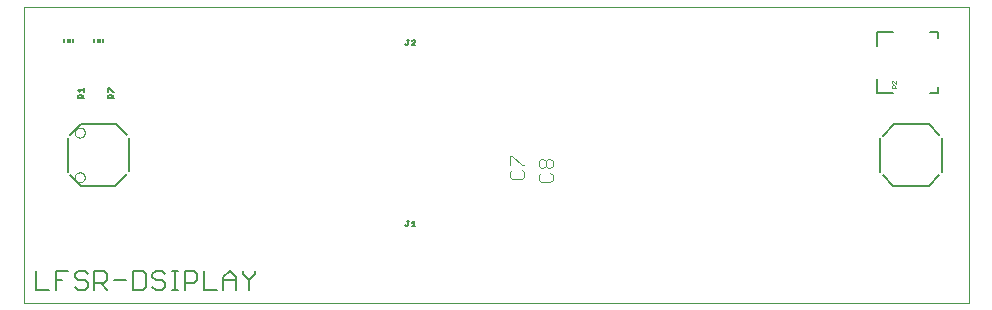
<source format=gto>
G75*
%MOIN*%
%OFA0B0*%
%FSLAX25Y25*%
%IPPOS*%
%LPD*%
%AMOC8*
5,1,8,0,0,1.08239X$1,22.5*
%
%ADD10C,0.00000*%
%ADD11C,0.00600*%
%ADD12R,0.00591X0.01181*%
%ADD13R,0.01181X0.01181*%
%ADD14C,0.00500*%
%ADD15C,0.00800*%
%ADD16C,0.00100*%
%ADD17C,0.00400*%
D10*
X0011346Y0001000D02*
X0011346Y0099425D01*
X0326307Y0099425D01*
X0326307Y0001000D01*
X0011346Y0001000D01*
X0028335Y0042732D02*
X0028337Y0042813D01*
X0028343Y0042895D01*
X0028353Y0042976D01*
X0028367Y0043056D01*
X0028384Y0043135D01*
X0028406Y0043214D01*
X0028431Y0043291D01*
X0028460Y0043368D01*
X0028493Y0043442D01*
X0028530Y0043515D01*
X0028569Y0043586D01*
X0028613Y0043655D01*
X0028659Y0043722D01*
X0028709Y0043786D01*
X0028762Y0043848D01*
X0028818Y0043908D01*
X0028876Y0043964D01*
X0028938Y0044018D01*
X0029002Y0044069D01*
X0029068Y0044116D01*
X0029136Y0044160D01*
X0029207Y0044201D01*
X0029279Y0044238D01*
X0029354Y0044272D01*
X0029429Y0044302D01*
X0029507Y0044328D01*
X0029585Y0044351D01*
X0029664Y0044369D01*
X0029744Y0044384D01*
X0029825Y0044395D01*
X0029906Y0044402D01*
X0029988Y0044405D01*
X0030069Y0044404D01*
X0030150Y0044399D01*
X0030231Y0044390D01*
X0030312Y0044377D01*
X0030392Y0044360D01*
X0030470Y0044340D01*
X0030548Y0044315D01*
X0030625Y0044287D01*
X0030700Y0044255D01*
X0030773Y0044220D01*
X0030844Y0044181D01*
X0030914Y0044138D01*
X0030981Y0044093D01*
X0031047Y0044044D01*
X0031109Y0043992D01*
X0031169Y0043936D01*
X0031226Y0043878D01*
X0031281Y0043818D01*
X0031332Y0043754D01*
X0031380Y0043689D01*
X0031425Y0043621D01*
X0031467Y0043551D01*
X0031505Y0043479D01*
X0031540Y0043405D01*
X0031571Y0043330D01*
X0031598Y0043253D01*
X0031621Y0043175D01*
X0031641Y0043096D01*
X0031657Y0043016D01*
X0031669Y0042935D01*
X0031677Y0042854D01*
X0031681Y0042773D01*
X0031681Y0042691D01*
X0031677Y0042610D01*
X0031669Y0042529D01*
X0031657Y0042448D01*
X0031641Y0042368D01*
X0031621Y0042289D01*
X0031598Y0042211D01*
X0031571Y0042134D01*
X0031540Y0042059D01*
X0031505Y0041985D01*
X0031467Y0041913D01*
X0031425Y0041843D01*
X0031380Y0041775D01*
X0031332Y0041710D01*
X0031281Y0041646D01*
X0031226Y0041586D01*
X0031169Y0041528D01*
X0031109Y0041472D01*
X0031047Y0041420D01*
X0030981Y0041371D01*
X0030914Y0041326D01*
X0030845Y0041283D01*
X0030773Y0041244D01*
X0030700Y0041209D01*
X0030625Y0041177D01*
X0030548Y0041149D01*
X0030470Y0041124D01*
X0030392Y0041104D01*
X0030312Y0041087D01*
X0030231Y0041074D01*
X0030150Y0041065D01*
X0030069Y0041060D01*
X0029988Y0041059D01*
X0029906Y0041062D01*
X0029825Y0041069D01*
X0029744Y0041080D01*
X0029664Y0041095D01*
X0029585Y0041113D01*
X0029507Y0041136D01*
X0029429Y0041162D01*
X0029354Y0041192D01*
X0029279Y0041226D01*
X0029207Y0041263D01*
X0029136Y0041304D01*
X0029068Y0041348D01*
X0029002Y0041395D01*
X0028938Y0041446D01*
X0028876Y0041500D01*
X0028818Y0041556D01*
X0028762Y0041616D01*
X0028709Y0041678D01*
X0028659Y0041742D01*
X0028613Y0041809D01*
X0028569Y0041878D01*
X0028530Y0041949D01*
X0028493Y0042022D01*
X0028460Y0042096D01*
X0028431Y0042173D01*
X0028406Y0042250D01*
X0028384Y0042329D01*
X0028367Y0042408D01*
X0028353Y0042488D01*
X0028343Y0042569D01*
X0028337Y0042651D01*
X0028335Y0042732D01*
X0028335Y0057693D02*
X0028337Y0057774D01*
X0028343Y0057856D01*
X0028353Y0057937D01*
X0028367Y0058017D01*
X0028384Y0058096D01*
X0028406Y0058175D01*
X0028431Y0058252D01*
X0028460Y0058329D01*
X0028493Y0058403D01*
X0028530Y0058476D01*
X0028569Y0058547D01*
X0028613Y0058616D01*
X0028659Y0058683D01*
X0028709Y0058747D01*
X0028762Y0058809D01*
X0028818Y0058869D01*
X0028876Y0058925D01*
X0028938Y0058979D01*
X0029002Y0059030D01*
X0029068Y0059077D01*
X0029136Y0059121D01*
X0029207Y0059162D01*
X0029279Y0059199D01*
X0029354Y0059233D01*
X0029429Y0059263D01*
X0029507Y0059289D01*
X0029585Y0059312D01*
X0029664Y0059330D01*
X0029744Y0059345D01*
X0029825Y0059356D01*
X0029906Y0059363D01*
X0029988Y0059366D01*
X0030069Y0059365D01*
X0030150Y0059360D01*
X0030231Y0059351D01*
X0030312Y0059338D01*
X0030392Y0059321D01*
X0030470Y0059301D01*
X0030548Y0059276D01*
X0030625Y0059248D01*
X0030700Y0059216D01*
X0030773Y0059181D01*
X0030844Y0059142D01*
X0030914Y0059099D01*
X0030981Y0059054D01*
X0031047Y0059005D01*
X0031109Y0058953D01*
X0031169Y0058897D01*
X0031226Y0058839D01*
X0031281Y0058779D01*
X0031332Y0058715D01*
X0031380Y0058650D01*
X0031425Y0058582D01*
X0031467Y0058512D01*
X0031505Y0058440D01*
X0031540Y0058366D01*
X0031571Y0058291D01*
X0031598Y0058214D01*
X0031621Y0058136D01*
X0031641Y0058057D01*
X0031657Y0057977D01*
X0031669Y0057896D01*
X0031677Y0057815D01*
X0031681Y0057734D01*
X0031681Y0057652D01*
X0031677Y0057571D01*
X0031669Y0057490D01*
X0031657Y0057409D01*
X0031641Y0057329D01*
X0031621Y0057250D01*
X0031598Y0057172D01*
X0031571Y0057095D01*
X0031540Y0057020D01*
X0031505Y0056946D01*
X0031467Y0056874D01*
X0031425Y0056804D01*
X0031380Y0056736D01*
X0031332Y0056671D01*
X0031281Y0056607D01*
X0031226Y0056547D01*
X0031169Y0056489D01*
X0031109Y0056433D01*
X0031047Y0056381D01*
X0030981Y0056332D01*
X0030914Y0056287D01*
X0030845Y0056244D01*
X0030773Y0056205D01*
X0030700Y0056170D01*
X0030625Y0056138D01*
X0030548Y0056110D01*
X0030470Y0056085D01*
X0030392Y0056065D01*
X0030312Y0056048D01*
X0030231Y0056035D01*
X0030150Y0056026D01*
X0030069Y0056021D01*
X0029988Y0056020D01*
X0029906Y0056023D01*
X0029825Y0056030D01*
X0029744Y0056041D01*
X0029664Y0056056D01*
X0029585Y0056074D01*
X0029507Y0056097D01*
X0029429Y0056123D01*
X0029354Y0056153D01*
X0029279Y0056187D01*
X0029207Y0056224D01*
X0029136Y0056265D01*
X0029068Y0056309D01*
X0029002Y0056356D01*
X0028938Y0056407D01*
X0028876Y0056461D01*
X0028818Y0056517D01*
X0028762Y0056577D01*
X0028709Y0056639D01*
X0028659Y0056703D01*
X0028613Y0056770D01*
X0028569Y0056839D01*
X0028530Y0056910D01*
X0028493Y0056983D01*
X0028460Y0057057D01*
X0028431Y0057134D01*
X0028406Y0057211D01*
X0028384Y0057290D01*
X0028367Y0057369D01*
X0028353Y0057449D01*
X0028343Y0057530D01*
X0028337Y0057612D01*
X0028335Y0057693D01*
D11*
X0029542Y0011642D02*
X0028474Y0010575D01*
X0028474Y0009507D01*
X0029542Y0008440D01*
X0031677Y0008440D01*
X0032745Y0007372D01*
X0032745Y0006305D01*
X0031677Y0005237D01*
X0029542Y0005237D01*
X0028474Y0006305D01*
X0024164Y0008440D02*
X0022029Y0008440D01*
X0022029Y0011642D02*
X0022029Y0005237D01*
X0019854Y0005237D02*
X0015583Y0005237D01*
X0015583Y0011642D01*
X0022029Y0011642D02*
X0026299Y0011642D01*
X0029542Y0011642D02*
X0031677Y0011642D01*
X0032745Y0010575D01*
X0034920Y0011642D02*
X0038123Y0011642D01*
X0039190Y0010575D01*
X0039190Y0008440D01*
X0038123Y0007372D01*
X0034920Y0007372D01*
X0037055Y0007372D02*
X0039190Y0005237D01*
X0034920Y0005237D02*
X0034920Y0011642D01*
X0041365Y0008440D02*
X0045636Y0008440D01*
X0051014Y0011642D02*
X0052081Y0010575D01*
X0052081Y0006305D01*
X0051014Y0005237D01*
X0047811Y0005237D01*
X0047811Y0011642D01*
X0051014Y0011642D01*
X0054256Y0010575D02*
X0054256Y0009507D01*
X0055324Y0008440D01*
X0057459Y0008440D01*
X0058527Y0007372D01*
X0058527Y0006305D01*
X0057459Y0005237D01*
X0055324Y0005237D01*
X0054256Y0006305D01*
X0060702Y0005237D02*
X0062837Y0005237D01*
X0061770Y0005237D02*
X0061770Y0011642D01*
X0062837Y0011642D02*
X0060702Y0011642D01*
X0058527Y0010575D02*
X0057459Y0011642D01*
X0055324Y0011642D01*
X0054256Y0010575D01*
X0064999Y0011642D02*
X0068202Y0011642D01*
X0069269Y0010575D01*
X0069269Y0008440D01*
X0068202Y0007372D01*
X0064999Y0007372D01*
X0064999Y0005237D02*
X0064999Y0011642D01*
X0071444Y0011642D02*
X0071444Y0005237D01*
X0075715Y0005237D01*
X0077890Y0005237D02*
X0077890Y0009507D01*
X0080025Y0011642D01*
X0082160Y0009507D01*
X0082160Y0005237D01*
X0086471Y0005237D02*
X0086471Y0008440D01*
X0088606Y0010575D01*
X0088606Y0011642D01*
X0086471Y0008440D02*
X0084335Y0010575D01*
X0084335Y0011642D01*
X0082160Y0008440D02*
X0077890Y0008440D01*
D12*
X0037823Y0088205D03*
X0034870Y0088205D03*
X0027823Y0088205D03*
X0024870Y0088205D03*
D13*
X0026346Y0088205D03*
X0036346Y0088205D03*
D14*
X0039595Y0072518D02*
X0039912Y0072518D01*
X0041180Y0071250D01*
X0041496Y0071250D01*
X0041496Y0070308D02*
X0040863Y0069674D01*
X0040863Y0069991D02*
X0040863Y0069040D01*
X0041496Y0069040D02*
X0039595Y0069040D01*
X0039595Y0069991D01*
X0039912Y0070308D01*
X0040546Y0070308D01*
X0040863Y0069991D01*
X0039595Y0071250D02*
X0039595Y0072518D01*
X0031496Y0072518D02*
X0031496Y0071250D01*
X0031496Y0071884D02*
X0029595Y0071884D01*
X0030229Y0071250D01*
X0030546Y0070308D02*
X0030863Y0069991D01*
X0030863Y0069040D01*
X0031496Y0069040D02*
X0029595Y0069040D01*
X0029595Y0069991D01*
X0029912Y0070308D01*
X0030546Y0070308D01*
X0030863Y0069674D02*
X0031496Y0070308D01*
X0030441Y0060449D02*
X0026898Y0056906D01*
X0026110Y0055995D02*
X0026110Y0044568D01*
X0026898Y0043520D02*
X0030441Y0039976D01*
X0041858Y0039976D01*
X0045795Y0043913D01*
X0046583Y0044717D02*
X0046583Y0055960D01*
X0045795Y0056906D02*
X0042252Y0060449D01*
X0042094Y0060449D01*
X0040677Y0060449D01*
X0030441Y0060449D01*
X0138486Y0087067D02*
X0138803Y0086750D01*
X0139120Y0086750D01*
X0139437Y0087067D01*
X0139437Y0088652D01*
X0139120Y0088652D02*
X0139754Y0088652D01*
X0140696Y0088335D02*
X0141013Y0088652D01*
X0141647Y0088652D01*
X0141964Y0088335D01*
X0141964Y0088018D01*
X0140696Y0086750D01*
X0141964Y0086750D01*
X0296898Y0055708D02*
X0296898Y0044465D01*
X0297685Y0043520D02*
X0301228Y0039976D01*
X0301387Y0039976D01*
X0302803Y0039976D01*
X0313039Y0039976D01*
X0316583Y0043520D01*
X0317370Y0044431D02*
X0317370Y0055858D01*
X0316583Y0056906D02*
X0313039Y0060449D01*
X0301622Y0060449D01*
X0297685Y0056512D01*
X0141964Y0026435D02*
X0140696Y0026435D01*
X0141330Y0026435D02*
X0141330Y0028337D01*
X0140696Y0027703D01*
X0139754Y0028337D02*
X0139120Y0028337D01*
X0139437Y0028337D02*
X0139437Y0026752D01*
X0139120Y0026435D01*
X0138803Y0026435D01*
X0138486Y0026752D01*
D15*
X0295677Y0070764D02*
X0301189Y0070764D01*
X0295677Y0070764D02*
X0295677Y0075488D01*
X0313394Y0070764D02*
X0316150Y0070764D01*
X0316150Y0072756D01*
X0295677Y0086548D02*
X0295677Y0091236D01*
X0301189Y0091236D01*
X0313394Y0091236D02*
X0316150Y0091236D01*
X0316150Y0089268D01*
D16*
X0302281Y0075024D02*
X0302281Y0074023D01*
X0301280Y0075024D01*
X0301030Y0075024D01*
X0300779Y0074774D01*
X0300779Y0074273D01*
X0301030Y0074023D01*
X0301030Y0073551D02*
X0301530Y0073551D01*
X0301780Y0073301D01*
X0301780Y0072550D01*
X0301780Y0073050D02*
X0302281Y0073551D01*
X0302281Y0072550D02*
X0300779Y0072550D01*
X0300779Y0073301D01*
X0301030Y0073551D01*
D17*
X0187682Y0048071D02*
X0187682Y0046537D01*
X0186915Y0045769D01*
X0186147Y0045769D01*
X0185380Y0046537D01*
X0185380Y0048071D01*
X0186147Y0048839D01*
X0186915Y0048839D01*
X0187682Y0048071D01*
X0185380Y0048071D02*
X0184613Y0048839D01*
X0183845Y0048839D01*
X0183078Y0048071D01*
X0183078Y0046537D01*
X0183845Y0045769D01*
X0184613Y0045769D01*
X0185380Y0046537D01*
X0186915Y0044235D02*
X0187682Y0043467D01*
X0187682Y0041933D01*
X0186915Y0041165D01*
X0183845Y0041165D01*
X0183078Y0041933D01*
X0183078Y0043467D01*
X0183845Y0044235D01*
X0178076Y0044452D02*
X0178076Y0042917D01*
X0177308Y0042150D01*
X0174239Y0042150D01*
X0173472Y0042917D01*
X0173472Y0044452D01*
X0174239Y0045219D01*
X0173472Y0046754D02*
X0173472Y0049823D01*
X0174239Y0049823D01*
X0177308Y0046754D01*
X0178076Y0046754D01*
X0177308Y0045219D02*
X0178076Y0044452D01*
M02*

</source>
